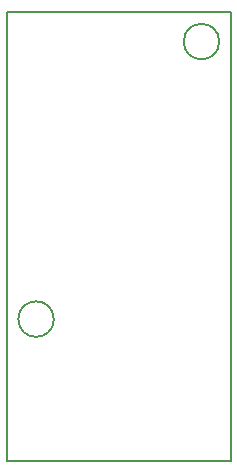
<source format=gbr>
G04 #@! TF.GenerationSoftware,KiCad,Pcbnew,(5.0.1)-3*
G04 #@! TF.CreationDate,2019-04-14T21:22:41-05:00*
G04 #@! TF.ProjectId,transceiver,7472616E736365697665722E6B696361,rev?*
G04 #@! TF.SameCoordinates,Original*
G04 #@! TF.FileFunction,Profile,NP*
%FSLAX46Y46*%
G04 Gerber Fmt 4.6, Leading zero omitted, Abs format (unit mm)*
G04 Created by KiCad (PCBNEW (5.0.1)-3) date 4/14/2019 21:22:41*
%MOMM*%
%LPD*%
G01*
G04 APERTURE LIST*
%ADD10C,0.150000*%
G04 APERTURE END LIST*
D10*
X147500000Y-65500000D02*
G75*
G03X147500000Y-65500000I-1500000J0D01*
G01*
X133500000Y-89000000D02*
G75*
G03X133500000Y-89000000I-1500000J0D01*
G01*
X129500000Y-101000000D02*
X129500000Y-63000000D01*
X148500000Y-101000000D02*
X129500000Y-101000000D01*
X148500000Y-63000000D02*
X148500000Y-101000000D01*
X129500000Y-63000000D02*
X148500000Y-63000000D01*
M02*

</source>
